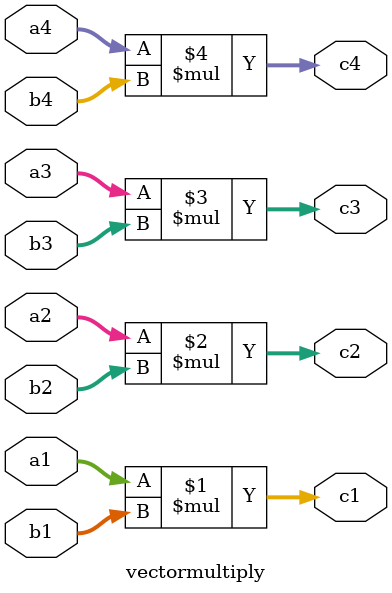
<source format=v>

module vectormultiply (
    input [7:0] a1, a2, a3, a4,
    input [7:0] b1, b2, b3, b4,
    output [8:0] c1, c2, c3, c4
);
    
    assign c1 = a1 * b1; 
    assign c2 = a2 * b2; 
    assign c3 = a3 * b3;
    assign c4 = a4 * b4;
endmodule
</source>
